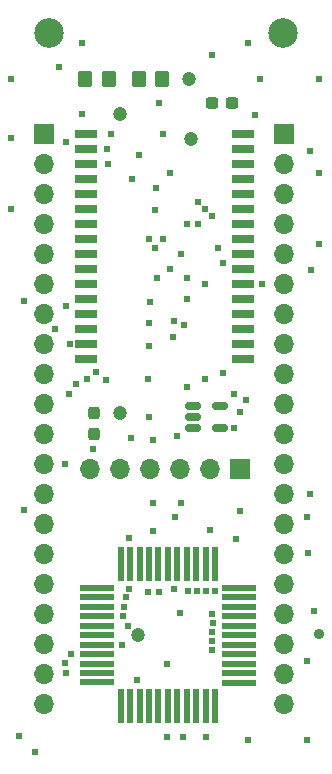
<source format=gts>
%TF.GenerationSoftware,KiCad,Pcbnew,7.0.5*%
%TF.CreationDate,2023-07-19T21:52:06+09:00*%
%TF.ProjectId,MEZ80SPI_NOEX,4d455a38-3053-4504-995f-4e4f45582e6b,2.0*%
%TF.SameCoordinates,PX6e3c370PY76b1be0*%
%TF.FileFunction,Soldermask,Top*%
%TF.FilePolarity,Negative*%
%FSLAX46Y46*%
G04 Gerber Fmt 4.6, Leading zero omitted, Abs format (unit mm)*
G04 Created by KiCad (PCBNEW 7.0.5) date 2023-07-19 21:52:06*
%MOMM*%
%LPD*%
G01*
G04 APERTURE LIST*
G04 Aperture macros list*
%AMRoundRect*
0 Rectangle with rounded corners*
0 $1 Rounding radius*
0 $2 $3 $4 $5 $6 $7 $8 $9 X,Y pos of 4 corners*
0 Add a 4 corners polygon primitive as box body*
4,1,4,$2,$3,$4,$5,$6,$7,$8,$9,$2,$3,0*
0 Add four circle primitives for the rounded corners*
1,1,$1+$1,$2,$3*
1,1,$1+$1,$4,$5*
1,1,$1+$1,$6,$7*
1,1,$1+$1,$8,$9*
0 Add four rect primitives between the rounded corners*
20,1,$1+$1,$2,$3,$4,$5,0*
20,1,$1+$1,$4,$5,$6,$7,0*
20,1,$1+$1,$6,$7,$8,$9,0*
20,1,$1+$1,$8,$9,$2,$3,0*%
G04 Aperture macros list end*
%ADD10RoundRect,0.250000X0.350000X0.450000X-0.350000X0.450000X-0.350000X-0.450000X0.350000X-0.450000X0*%
%ADD11R,1.700000X1.700000*%
%ADD12O,1.700000X1.700000*%
%ADD13C,2.500000*%
%ADD14RoundRect,0.237500X-0.237500X0.300000X-0.237500X-0.300000X0.237500X-0.300000X0.237500X0.300000X0*%
%ADD15R,3.000000X0.550000*%
%ADD16R,0.550000X3.000000*%
%ADD17R,0.575000X3.000000*%
%ADD18R,3.000000X0.575000*%
%ADD19RoundRect,0.150000X-0.512500X-0.150000X0.512500X-0.150000X0.512500X0.150000X-0.512500X0.150000X0*%
%ADD20R,1.850000X0.700000*%
%ADD21RoundRect,0.237500X-0.300000X-0.237500X0.300000X-0.237500X0.300000X0.237500X-0.300000X0.237500X0*%
%ADD22RoundRect,0.250000X-0.350000X-0.450000X0.350000X-0.450000X0.350000X0.450000X-0.350000X0.450000X0*%
%ADD23C,1.200000*%
%ADD24C,0.605000*%
%ADD25C,0.900000*%
G04 APERTURE END LIST*
D10*
X13770000Y57950000D03*
X11770000Y57950000D03*
D11*
X20390000Y24950000D03*
D12*
X17850000Y24950000D03*
X15310000Y24950000D03*
X12770000Y24950000D03*
X10230000Y24950000D03*
X7690000Y24950000D03*
D13*
X4150000Y61890000D03*
D14*
X7970000Y29665000D03*
X7970000Y27940000D03*
D15*
X8247500Y14890000D03*
X8247500Y14090000D03*
X8247500Y13290000D03*
X8247500Y12490000D03*
X8247500Y11690000D03*
X8247500Y10890000D03*
X8247500Y10090000D03*
X8247500Y9290000D03*
X8247500Y8490000D03*
X8247500Y7690000D03*
X8247500Y6890000D03*
D16*
X10247500Y4890000D03*
X11047500Y4890000D03*
X11847500Y4890000D03*
X12647500Y4890000D03*
X13447500Y4890000D03*
X14247500Y4890000D03*
X15047500Y4890000D03*
D17*
X15860000Y4890000D03*
D16*
X16647500Y4890000D03*
X17447500Y4890000D03*
X18247500Y4890000D03*
D18*
X20247500Y6877500D03*
D15*
X20247500Y7690000D03*
X20247500Y8490000D03*
X20247500Y9290000D03*
X20247500Y10090000D03*
X20247500Y10890000D03*
X20247500Y11690000D03*
X20247500Y12490000D03*
X20247500Y13290000D03*
X20247500Y14090000D03*
X20247500Y14890000D03*
D17*
X18260000Y16890000D03*
D16*
X17447500Y16890000D03*
D17*
X16660000Y16890000D03*
X15860000Y16890000D03*
D16*
X15047500Y16890000D03*
X14247500Y16890000D03*
X13447500Y16890000D03*
X12647500Y16890000D03*
X11847500Y16890000D03*
X11047500Y16890000D03*
X10247500Y16890000D03*
D19*
X16375000Y30290000D03*
X16375000Y29340000D03*
X16375000Y28390000D03*
X18650000Y28390000D03*
X18650000Y30290000D03*
D13*
X23950000Y61890000D03*
D20*
X7330000Y53290000D03*
X7330000Y52020000D03*
X7330000Y50750000D03*
X7330000Y49480000D03*
X7330000Y48210000D03*
X7330000Y46940000D03*
X7330000Y45670000D03*
X7330000Y44400000D03*
X7330000Y43130000D03*
X7330000Y41860000D03*
X7330000Y40590000D03*
X7330000Y39320000D03*
X7330000Y38050000D03*
X7330000Y36780000D03*
X7330000Y35510000D03*
X7330000Y34240000D03*
X20630000Y34240000D03*
X20630000Y35510000D03*
X20630000Y36780000D03*
X20630000Y38050000D03*
X20630000Y39320000D03*
X20630000Y40590000D03*
X20630000Y41860000D03*
X20630000Y43130000D03*
X20630000Y44400000D03*
X20630000Y45670000D03*
X20630000Y46940000D03*
X20630000Y48210000D03*
X20630000Y49480000D03*
X20630000Y50750000D03*
X20630000Y52020000D03*
X20630000Y53290000D03*
D21*
X17965000Y55970000D03*
X19690000Y55970000D03*
D22*
X7250000Y57950000D03*
X9250000Y57950000D03*
D11*
X3790000Y53340000D03*
D12*
X3790000Y50800000D03*
X3790000Y48260000D03*
X3790000Y45720000D03*
X3790000Y43180000D03*
X3790000Y40640000D03*
X3790000Y38100000D03*
X3790000Y35560000D03*
X3790000Y33020000D03*
X3790000Y30480000D03*
X3790000Y27940000D03*
X3790000Y25400000D03*
X3790000Y22860000D03*
X3790000Y20320000D03*
X3790000Y17780000D03*
X3790000Y15240000D03*
X3790000Y12700000D03*
X3790000Y10160000D03*
X3790000Y7620000D03*
X3790000Y5080000D03*
D11*
X24110000Y53340000D03*
D12*
X24110000Y50800000D03*
X24110000Y48260000D03*
X24110000Y45720000D03*
X24110000Y43180000D03*
X24110000Y40640000D03*
X24110000Y38100000D03*
X24110000Y35560000D03*
X24110000Y33020000D03*
X24110000Y30480000D03*
X24110000Y27940000D03*
X24110000Y25400000D03*
X24110000Y22860000D03*
X24110000Y20320000D03*
X24110000Y17780000D03*
X24110000Y15240000D03*
X24110000Y12700000D03*
X24110000Y10160000D03*
X24110000Y7620000D03*
X24110000Y5080000D03*
D23*
X11700000Y10930000D03*
D24*
X11610000Y7100000D03*
D23*
X10229998Y55030000D03*
X10230000Y29680000D03*
D24*
X26000000Y20860000D03*
D23*
X16160000Y52930000D03*
D24*
X8160000Y33130000D03*
X18000000Y60000000D03*
X5000000Y59000000D03*
X27000000Y44000000D03*
X20000000Y19000000D03*
X7000000Y61000000D03*
X9060000Y52040000D03*
X5580000Y52630000D03*
X21000000Y61000000D03*
X20880000Y30840000D03*
D25*
X27000000Y11000000D03*
D24*
X1000000Y58000000D03*
X7000000Y55000000D03*
X26000000Y2000000D03*
X3000000Y1000000D03*
X21580000Y54920000D03*
X21000000Y2000000D03*
X22000000Y58000000D03*
X1000000Y53000000D03*
X1000000Y47000000D03*
X7870000Y26660000D03*
X27000000Y50000000D03*
X22230000Y40590000D03*
X27000000Y58000000D03*
D23*
X16000000Y58000000D03*
D24*
X9150000Y50750000D03*
X10920000Y14810000D03*
X11140000Y27550000D03*
X12960000Y22050000D03*
X12960006Y19710000D03*
X11220000Y49500000D03*
X17950000Y46361400D03*
X17493538Y14620706D03*
X18260000Y14621100D03*
X13170000Y46930000D03*
X18510000Y43708600D03*
X13170000Y43710000D03*
X13317500Y41160000D03*
X15300000Y12800000D03*
X15370000Y22090000D03*
X15870000Y41170000D03*
X12990000Y27430000D03*
X15870000Y45670000D03*
X17950000Y12720000D03*
X12611100Y44400000D03*
X12710000Y39130000D03*
X18024455Y11925545D03*
X15599300Y37177702D03*
X15320000Y43130000D03*
X17990000Y11140000D03*
X18940000Y42410000D03*
X18940000Y33075100D03*
X18000000Y10370000D03*
X17380000Y32575100D03*
X17381100Y40590000D03*
X15860000Y31890000D03*
X18010000Y9610000D03*
X15870000Y39320000D03*
X14838900Y20870000D03*
X5545545Y8535545D03*
X14778898Y37450000D03*
X15040000Y27750000D03*
X5640000Y7690000D03*
X14690000Y36170000D03*
X17830000Y19790000D03*
X5941459Y35520002D03*
X19830000Y31350000D03*
X5830000Y31340000D03*
X5489992Y25360026D03*
X19830000Y28390000D03*
X10360000Y10090000D03*
X10540000Y13290000D03*
X7380000Y32600000D03*
X12611100Y37360000D03*
X12611100Y35349700D03*
X9000000Y32510000D03*
X10670000Y14090000D03*
X12599996Y32550000D03*
X10470000Y12480000D03*
X4660000Y36790000D03*
X6490859Y32136412D03*
X5620000Y38780000D03*
X10900000Y11680000D03*
X2021100Y39180000D03*
X6080000Y9280000D03*
X14389997Y41860003D03*
X14390000Y50060000D03*
X14776288Y14778284D03*
X26350000Y41780000D03*
X26620000Y12900000D03*
X13450000Y14550000D03*
X9450000Y53350000D03*
X13849990Y44400000D03*
X13850000Y53350000D03*
X16770000Y47540000D03*
X16770000Y45670000D03*
X15978761Y14627503D03*
X16736136Y14621080D03*
X17390000Y46940000D03*
X12530000Y14570000D03*
X13230000Y48741100D03*
X26240000Y51880000D03*
X26240000Y22860000D03*
X11761098Y51568899D03*
X10990000Y19120000D03*
X13490000Y55930000D03*
X14180000Y2300000D03*
X14200000Y8470000D03*
X1610000Y2390000D03*
X17440000Y2290000D03*
X26080000Y17830000D03*
X26020000Y8740000D03*
X15560000Y2310000D03*
X20390000Y21370000D03*
X20390000Y29800000D03*
X2070000Y21500000D03*
X12684455Y29365545D03*
M02*

</source>
